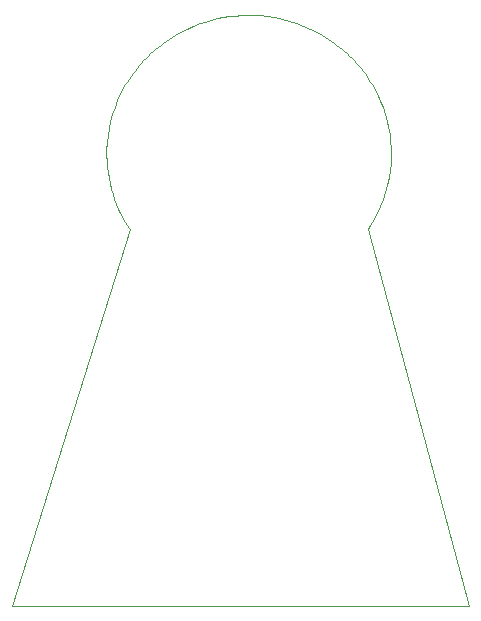
<source format=gbr>
G04 #@! TF.GenerationSoftware,KiCad,Pcbnew,(5.1.10)-1*
G04 #@! TF.CreationDate,2021-08-30T20:12:07-05:00*
G04 #@! TF.ProjectId,Bsides-KC-2021-RF-Village-SAO-SVG2Shenzen v1_00 (Paths),42736964-6573-42d4-9b43-2d323032312d,rev?*
G04 #@! TF.SameCoordinates,Original*
G04 #@! TF.FileFunction,Profile,NP*
%FSLAX46Y46*%
G04 Gerber Fmt 4.6, Leading zero omitted, Abs format (unit mm)*
G04 Created by KiCad (PCBNEW (5.1.10)-1) date 2021-08-30 20:12:07*
%MOMM*%
%LPD*%
G01*
G04 APERTURE LIST*
G04 #@! TA.AperFunction,Profile*
%ADD10C,0.100000*%
G04 #@! TD*
G04 APERTURE END LIST*
D10*
X146545500Y-73729700D02*
X146036100Y-73746000D01*
X146036100Y-73746000D02*
X145528500Y-73783200D01*
X145528500Y-73783200D02*
X145023400Y-73841200D01*
X145023400Y-73841200D02*
X144521600Y-73919800D01*
X144521600Y-73919800D02*
X144023600Y-74019000D01*
X144023600Y-74019000D02*
X143530100Y-74138500D01*
X143530100Y-74138500D02*
X143041900Y-74278400D01*
X143041900Y-74278400D02*
X142559600Y-74438400D01*
X142559600Y-74438400D02*
X142013600Y-74647600D01*
X142013600Y-74647600D02*
X141478900Y-74882500D01*
X141478900Y-74882500D02*
X141217100Y-75008700D01*
X141217100Y-75008700D02*
X140959300Y-75140600D01*
X140959300Y-75140600D02*
X140705100Y-75278600D01*
X140705100Y-75278600D02*
X140454900Y-75422600D01*
X140454900Y-75422600D02*
X140208600Y-75571700D01*
X140208600Y-75571700D02*
X139966000Y-75726500D01*
X139966000Y-75726500D02*
X139727800Y-75887000D01*
X139727800Y-75887000D02*
X139494000Y-76053000D01*
X139494000Y-76053000D02*
X139264200Y-76223800D01*
X139264200Y-76223800D02*
X139038500Y-76400200D01*
X139038500Y-76400200D02*
X138817700Y-76581400D01*
X138817700Y-76581400D02*
X138601700Y-76767800D01*
X138601700Y-76767800D02*
X138390200Y-76958900D01*
X138390200Y-76958900D02*
X138183200Y-77155200D01*
X138183200Y-77155200D02*
X137981500Y-77355800D01*
X137981500Y-77355800D02*
X137784200Y-77561600D01*
X137784200Y-77561600D02*
X137592300Y-77771400D01*
X137592300Y-77771400D02*
X137405800Y-77985800D01*
X137405800Y-77985800D02*
X137224100Y-78204600D01*
X137224100Y-78204600D02*
X137048200Y-78427800D01*
X137048200Y-78427800D02*
X136877200Y-78655200D01*
X136877200Y-78655200D02*
X136712000Y-78886500D01*
X136712000Y-78886500D02*
X136552600Y-79121800D01*
X136552600Y-79121800D02*
X136399000Y-79361300D01*
X136399000Y-79361300D02*
X136250800Y-79604300D01*
X136250800Y-79604300D02*
X136108700Y-79851200D01*
X136108700Y-79851200D02*
X135972900Y-80101600D01*
X135972900Y-80101600D02*
X135842900Y-80355400D01*
X135842900Y-80355400D02*
X135581500Y-80920400D01*
X135581500Y-80920400D02*
X135351800Y-81496900D01*
X135351800Y-81496900D02*
X135154300Y-82083600D01*
X135154300Y-82083600D02*
X134989100Y-82679300D01*
X134989100Y-82679300D02*
X134856700Y-83282500D01*
X134856700Y-83282500D02*
X134757300Y-83892200D01*
X134757300Y-83892200D02*
X134691300Y-84507000D01*
X134691300Y-84507000D02*
X134659000Y-85125700D01*
X134659000Y-85125700D02*
X134656000Y-85605500D01*
X134656000Y-85605500D02*
X134673200Y-86084500D01*
X134673200Y-86084500D02*
X134710500Y-86561900D01*
X134710500Y-86561900D02*
X134767900Y-87037300D01*
X134767900Y-87037300D02*
X134845300Y-87510000D01*
X134845300Y-87510000D02*
X134942600Y-87979500D01*
X134942600Y-87979500D02*
X135059600Y-88445100D01*
X135059600Y-88445100D02*
X135196400Y-88906200D01*
X135196400Y-88906200D02*
X135335100Y-89313000D01*
X135335100Y-89313000D02*
X135489200Y-89714500D01*
X135489200Y-89714500D02*
X135658600Y-90110100D01*
X135658600Y-90110100D02*
X135842900Y-90499600D01*
X135842900Y-90499600D02*
X135972900Y-90753400D01*
X135972900Y-90753400D02*
X136108700Y-91003700D01*
X136108700Y-91003700D02*
X136250800Y-91250600D01*
X136250800Y-91250600D02*
X136399000Y-91493700D01*
X136399000Y-91493700D02*
X136552600Y-91733200D01*
X136552600Y-91733200D02*
X136636800Y-91857700D01*
X136636800Y-91857700D02*
X126675200Y-123728800D01*
X126675200Y-123728800D02*
X165361500Y-123725800D01*
X165361500Y-123725800D02*
X156849200Y-91882400D01*
X156849200Y-91882400D02*
X157004100Y-91493300D01*
X157004100Y-91493300D02*
X157151900Y-91250200D01*
X157151900Y-91250200D02*
X157294000Y-91003300D01*
X157294000Y-91003300D02*
X157430200Y-90753000D01*
X157430200Y-90753000D02*
X157560200Y-90499200D01*
X157560200Y-90499200D02*
X157829000Y-89916600D01*
X157829000Y-89916600D02*
X158064100Y-89322000D01*
X158064100Y-89322000D02*
X158265000Y-88716600D01*
X158265000Y-88716600D02*
X158431600Y-88102000D01*
X158431600Y-88102000D02*
X158563400Y-87479500D01*
X158563400Y-87479500D02*
X158660100Y-86850500D01*
X158660100Y-86850500D02*
X158721300Y-86216300D01*
X158721300Y-86216300D02*
X158746800Y-85578400D01*
X158746800Y-85578400D02*
X158740100Y-84991500D01*
X158740100Y-84991500D02*
X158703200Y-84406800D01*
X158703200Y-84406800D02*
X158636100Y-83825300D01*
X158636100Y-83825300D02*
X158539300Y-83248200D01*
X158539300Y-83248200D02*
X158412800Y-82676500D01*
X158412800Y-82676500D02*
X158256900Y-82111300D01*
X158256900Y-82111300D02*
X158071800Y-81553800D01*
X158071800Y-81553800D02*
X157857700Y-81004900D01*
X157857700Y-81004900D02*
X157560200Y-80355000D01*
X157560200Y-80355000D02*
X157430200Y-80101200D01*
X157430200Y-80101200D02*
X157294000Y-79850800D01*
X157294000Y-79850800D02*
X157151900Y-79603900D01*
X157151900Y-79603900D02*
X157004100Y-79360900D01*
X157004100Y-79360900D02*
X156850100Y-79121400D01*
X156850100Y-79121400D02*
X156690700Y-78886100D01*
X156690700Y-78886100D02*
X156525500Y-78654800D01*
X156525500Y-78654800D02*
X156354900Y-78427300D01*
X156354900Y-78427300D02*
X156178600Y-78204200D01*
X156178600Y-78204200D02*
X155997000Y-77985400D01*
X155997000Y-77985400D02*
X155810400Y-77771000D01*
X155810400Y-77771000D02*
X155618500Y-77561200D01*
X155618500Y-77561200D02*
X155421700Y-77355400D01*
X155421700Y-77355400D02*
X155219500Y-77154800D01*
X155219500Y-77154800D02*
X155012900Y-76958500D01*
X155012900Y-76958500D02*
X154801400Y-76767400D01*
X154801400Y-76767400D02*
X154585100Y-76581000D01*
X154585100Y-76581000D02*
X154364200Y-76399800D01*
X154364200Y-76399800D02*
X154138900Y-76223400D01*
X154138900Y-76223400D02*
X153909200Y-76052600D01*
X153909200Y-76052600D02*
X153675000Y-75886600D01*
X153675000Y-75886600D02*
X153436700Y-75726100D01*
X153436700Y-75726100D02*
X153194500Y-75571300D01*
X153194500Y-75571300D02*
X152947900Y-75422200D01*
X152947900Y-75422200D02*
X152697600Y-75278200D01*
X152697600Y-75278200D02*
X152443400Y-75140200D01*
X152443400Y-75140200D02*
X152185600Y-75008300D01*
X152185600Y-75008300D02*
X151924200Y-74882100D01*
X151924200Y-74882100D02*
X151342400Y-74628200D01*
X151342400Y-74628200D02*
X150748800Y-74405100D01*
X150748800Y-74405100D02*
X150144600Y-74213300D01*
X150144600Y-74213300D02*
X149531300Y-74052900D01*
X149531300Y-74052900D02*
X148910100Y-73924300D01*
X148910100Y-73924300D02*
X148282300Y-73827800D01*
X148282300Y-73827800D02*
X147649200Y-73763700D01*
X147649200Y-73763700D02*
X147012200Y-73732300D01*
X147012200Y-73732300D02*
X146545500Y-73729300D01*
X146545500Y-73729300D02*
X146545500Y-73729700D01*
X146545500Y-73729700D02*
X146545500Y-73729700D01*
M02*

</source>
